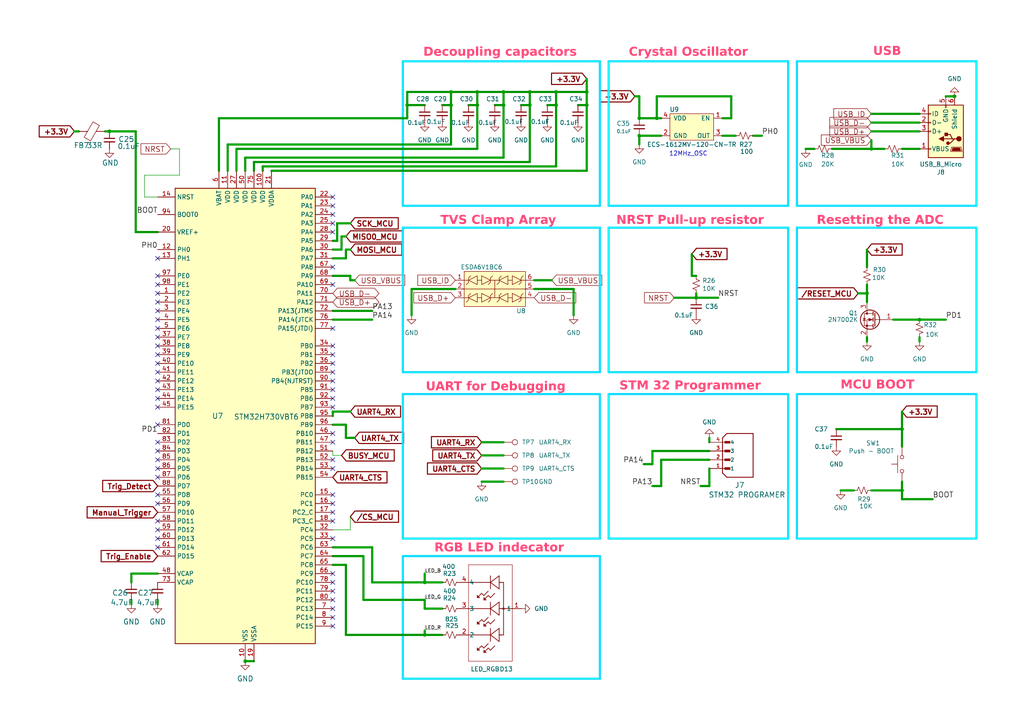
<source format=kicad_sch>
(kicad_sch (version 20250114) (generator "eeschema") (generator_version "9.0")
  (paper "A4")
  (title_block (title "NanoPulse - MCU-FPGA") (date "2025-07-10") (rev "Rev 1") (company "N-Well Labs\n\n"))
  (text "NRST Pull-up resistor" (at 200.152 64.77 0) (effects (font (size 2.54 2.54) (bold yes))))
  (text "MCU BOOT" (at 254.508 112.522 0) (effects (font (size 2.54 2.54) (bold yes))))
  (text "STM 32 Programmer" (at 200.152 112.776 0) (effects (font (size 2.54 2.54) (bold yes))))
  (text "USB" (at 257.302 15.748 0) (effects (font (size 2.54 2.54) (bold yes))))
  (text "RGB LED indecator" (at 144.78 159.766 0) (effects (font (size 2.54 2.54) (bold yes))))
  (text "12MHz_OSC" (at 199.644 44.704 0) (effects (font (size 1.27 1.27))))
  (text "Decoupling capacitors" (at 145.034 16.002 0) (effects (font (size 2.54 2.54) (bold yes))))
  (text "TVS Clamp Array" (at 144.526 64.77 0) (effects (font (size 2.54 2.54) (bold yes))))
  (text "UART for Debugging" (at 143.764 113.03 0) (effects (font (size 2.54 2.54) (bold yes))))
  (text "Resetting the ADC" (at 255.27 64.77 0) (effects (font (size 2.54 2.54) (bold yes))))
  (text "Crystal Oscillator" (at 199.644 16.002 0) (effects (font (size 2.54 2.54) (bold yes))))
  (junction (at 161.29 26.67))
  (junction (at 251.46 85.09))
  (junction (at 146.05 30.48))
  (junction (at 276.86 27.94))
  (junction (at 190.5 34.29))
  (junction (at 153.67 26.67))
  (junction (at 31.75 38.1))
  (junction (at 153.67 30.48))
  (junction (at 130.81 26.67))
  (junction (at 138.43 30.48))
  (junction (at 138.43 26.67))
  (junction (at 161.29 30.48))
  (junction (at 185.42 34.29))
  (junction (at 185.42 39.37))
  (junction (at 118.11 30.48))
  (junction (at 71.12 191.77))
  (junction (at 146.05 26.67))
  (junction (at 261.62 124.46))
  (junction (at 261.62 142.24))
  (junction (at 201.93 86.36))
  (junction (at 123.19 184.15))
  (junction (at 130.81 30.48))
  (junction (at 123.19 168.91))
  (junction (at 170.18 26.67))
  (junction (at 252.73 43.18))
  (junction (at 170.18 30.48))
  (junction (at 266.7 92.71))
  (no_connect (at 45.72 138.43))
  (no_connect (at 45.72 97.79))
  (no_connect (at 96.52 82.55))
  (no_connect (at 96.52 151.13))
  (no_connect (at 45.72 80.01))
  (no_connect (at 45.72 128.27))
  (no_connect (at 45.72 90.17))
  (no_connect (at 45.72 133.35))
  (no_connect (at 45.72 143.51))
  (no_connect (at 96.52 133.35))
  (no_connect (at 45.72 74.93))
  (no_connect (at 45.72 146.05))
  (no_connect (at 45.72 151.13))
  (no_connect (at 45.72 153.67))
  (no_connect (at 96.52 143.51))
  (no_connect (at 45.72 118.11))
  (no_connect (at 45.72 105.41))
  (no_connect (at 45.72 95.25))
  (no_connect (at 45.72 87.63))
  (no_connect (at 96.52 113.03))
  (no_connect (at 45.72 110.49))
  (no_connect (at 45.72 102.87))
  (no_connect (at 96.52 107.95))
  (no_connect (at 45.72 156.21))
  (no_connect (at 96.52 102.87))
  (no_connect (at 96.52 168.91))
  (no_connect (at 96.52 57.15))
  (no_connect (at 96.52 171.45))
  (no_connect (at 45.72 130.81))
  (no_connect (at 96.52 135.89))
  (no_connect (at 45.72 82.55))
  (no_connect (at 96.52 64.77))
  (no_connect (at 96.52 125.73))
  (no_connect (at 96.52 115.57))
  (no_connect (at 96.52 166.37))
  (no_connect (at 96.52 67.31))
  (no_connect (at 96.52 173.99))
  (no_connect (at 45.72 123.19))
  (no_connect (at 96.52 110.49))
  (no_connect (at 96.52 156.21))
  (no_connect (at 45.72 135.89))
  (no_connect (at 96.52 179.07))
  (no_connect (at 45.72 85.09))
  (no_connect (at 96.52 128.27))
  (no_connect (at 96.52 105.41))
  (no_connect (at 45.72 100.33))
  (no_connect (at 45.72 115.57))
  (no_connect (at 96.52 77.47))
  (no_connect (at 96.52 181.61))
  (no_connect (at 45.72 92.71))
  (no_connect (at 96.52 62.23))
  (no_connect (at 45.72 107.95))
  (no_connect (at 96.52 176.53))
  (no_connect (at 96.52 95.25))
  (no_connect (at 96.52 100.33))
  (no_connect (at 96.52 59.69))
  (no_connect (at 96.52 118.11))
  (no_connect (at 96.52 146.05))
  (no_connect (at 96.52 148.59))
  (no_connect (at 45.72 113.03))
  (no_connect (at 45.72 158.75))
  (wire (pts (xy 201.93 86.36) (xy 201.93 85.09)) (stroke (width 0.635)))
  (polyline (pts (xy 176.53 114.3) (xy 176.53 156.21)) (stroke (width 0.635) (type solid) (color 14 220 255 1)))
  (polyline (pts (xy 176.53 17.78) (xy 176.53 59.69)) (stroke (width 0.635) (type solid) (color 14 220 255 1)))
  (wire (pts (xy 191.77 140.97) (xy 191.77 133.35)) (stroke (width 0.635)))
  (polyline (pts (xy 116.84 17.78) (xy 116.84 59.69)) (stroke (width 0.635) (type solid) (color 14 220 255 1)))
  (wire (pts (xy 139.7 132.08) (xy 146.05 132.08)) (stroke (width 0.635)))
  (wire (pts (xy 191.77 34.29) (xy 190.5 34.29)) (stroke (width 0.635)))
  (wire (pts (xy 68.58 43.18) (xy 138.43 43.18)) (stroke (width 0.635)))
  (wire (pts (xy 209.55 39.37) (xy 213.36 39.37)) (stroke (width 0.635)))
  (polyline (pts (xy 283.21 156.21) (xy 231.14 156.21)) (stroke (width 0.635) (type solid) (color 14 220 255 1)))
  (wire (pts (xy 190.5 34.29) (xy 185.42 34.29)) (stroke (width 0.635)))
  (wire (pts (xy 146.05 26.67) (xy 153.67 26.67)) (stroke (width 0.635)))
  (wire (pts (xy 205.74 140.97) (xy 205.74 135.89)) (stroke (width 0.635)))
  (wire (pts (xy 21.59 38.1) (xy 22.86 38.1)) (stroke (width 0.635)))
  (wire (pts (xy 185.42 27.94) (xy 185.42 34.29)) (stroke (width 0.635)))
  (wire (pts (xy 123.19 184.15) (xy 128.27 184.15)) (stroke (width 0.635)))
  (wire (pts (xy 259.08 92.71) (xy 266.7 92.71)) (stroke (width 0.635)))
  (wire (pts (xy 38.1 175.26) (xy 38.1 173.99)) (stroke (width 0.635)))
  (wire (pts (xy 76.2 49.53) (xy 76.2 48.26)) (stroke (width 0.635)))
  (wire (pts (xy 118.11 30.48) (xy 118.11 34.29)) (stroke (width 0.635)))
  (wire (pts (xy 166.37 83.82) (xy 166.37 91.44)) (stroke (width 0.635)))
  (wire (pts (xy 251.46 99.06) (xy 251.46 97.79)) (stroke (width 0.635)))
  (wire (pts (xy 39.37 38.1) (xy 39.37 67.31)) (stroke (width 0.635)))
  (wire (pts (xy 38.1 166.37) (xy 38.1 168.91)) (stroke (width 0.635)))
  (wire (pts (xy 31.75 38.1) (xy 39.37 38.1)) (stroke (width 0.635)))
  (wire (pts (xy 49.53 43.18) (xy 52.07 43.18)))
  (wire (pts (xy 252.73 33.02) (xy 266.7 33.02)) (stroke (width 0.635)))
  (wire (pts (xy 123.19 173.99) (xy 123.19 176.53)) (stroke (width 0.635)))
  (wire (pts (xy 212.09 34.29) (xy 212.09 27.94)) (stroke (width 0.635)))
  (polyline (pts (xy 176.53 66.04) (xy 176.53 107.95)) (stroke (width 0.635) (type solid) (color 14 220 255 1)))
  (wire (pts (xy 266.7 99.06) (xy 266.7 97.79)) (stroke (width 0.635)))
  (wire (pts (xy 139.7 139.7) (xy 146.05 139.7)) (stroke (width 0.635)))
  (wire (pts (xy 101.6 119.38) (xy 96.52 119.38)) (stroke (width 0.635)))
  (wire (pts (xy 68.58 49.53) (xy 68.58 43.18)) (stroke (width 0.635)))
  (wire (pts (xy 252.73 40.64) (xy 252.73 43.18)) (stroke (width 0.635)))
  (polyline (pts (xy 173.99 156.21) (xy 116.84 156.21)) (stroke (width 0.635) (type solid) (color 14 220 255 1)))
  (polyline (pts (xy 173.99 114.3) (xy 173.99 156.21)) (stroke (width 0.635) (type solid) (color 14 220 255 1)))
  (wire (pts (xy 73.66 191.77) (xy 71.12 191.77)) (stroke (width 0.635)))
  (wire (pts (xy 123.19 176.53) (xy 128.27 176.53)) (stroke (width 0.635)))
  (wire (pts (xy 161.29 30.48) (xy 161.29 48.26)) (stroke (width 0.635)))
  (wire (pts (xy 96.52 153.67) (xy 101.6 153.67)))
  (wire (pts (xy 236.22 43.18) (xy 233.68 43.18)) (stroke (width 0.635)))
  (wire (pts (xy 52.07 50.8) (xy 41.91 50.8)))
  (polyline (pts (xy 231.14 17.78) (xy 231.14 59.69)) (stroke (width 0.635) (type solid) (color 14 220 255 1)))
  (wire (pts (xy 96.52 119.38) (xy 96.52 120.65)) (stroke (width 0.635)))
  (polyline (pts (xy 283.21 66.04) (xy 283.21 107.95)) (stroke (width 0.635) (type solid) (color 14 220 255 1)))
  (wire (pts (xy 153.67 26.67) (xy 153.67 30.48)) (stroke (width 0.635)))
  (polyline (pts (xy 116.84 114.3) (xy 173.99 114.3)) (stroke (width 0.635) (type solid) (color 14 220 255 1)))
  (wire (pts (xy 107.95 168.91) (xy 107.95 158.75)) (stroke (width 0.635)))
  (wire (pts (xy 107.95 158.75) (xy 96.52 158.75)) (stroke (width 0.635)))
  (polyline (pts (xy 173.99 66.04) (xy 173.99 107.95)) (stroke (width 0.635) (type solid) (color 14 220 255 1)))
  (wire (pts (xy 100.33 163.83) (xy 96.52 163.83)) (stroke (width 0.635)))
  (wire (pts (xy 100.33 127) (xy 100.33 123.19)) (stroke (width 0.635)))
  (polyline (pts (xy 116.84 66.04) (xy 116.84 107.95)) (stroke (width 0.635) (type solid) (color 14 220 255 1)))
  (wire (pts (xy 66.04 49.53) (xy 66.04 41.91)) (stroke (width 0.635)))
  (wire (pts (xy 123.19 168.91) (xy 128.27 168.91)) (stroke (width 0.635)))
  (polyline (pts (xy 231.14 66.04) (xy 231.14 107.95)) (stroke (width 0.635) (type solid) (color 14 220 255 1)))
  (wire (pts (xy 143.51 30.48) (xy 146.05 30.48)) (stroke (width 0.635)))
  (wire (pts (xy 251.46 77.47) (xy 251.46 72.39)) (stroke (width 0.635)))
  (wire (pts (xy 101.6 81.28) (xy 101.6 80.01)) (stroke (width 0.635)))
  (polyline (pts (xy 176.53 66.04) (xy 228.6 66.04)) (stroke (width 0.635) (type solid) (color 14 220 255 1)))
  (polyline (pts (xy 231.14 114.3) (xy 283.21 114.3)) (stroke (width 0.635) (type solid) (color 14 220 255 1)))
  (wire (pts (xy 97.79 64.77) (xy 97.79 69.85)) (stroke (width 0.635)))
  (wire (pts (xy 38.1 166.37) (xy 45.72 166.37)) (stroke (width 0.635)))
  (polyline (pts (xy 116.84 114.3) (xy 116.84 156.21)) (stroke (width 0.635) (type solid) (color 14 220 255 1)))
  (polyline (pts (xy 176.53 17.78) (xy 228.6 17.78)) (stroke (width 0.635) (type solid) (color 14 220 255 1)))
  (wire (pts (xy 261.62 144.78) (xy 261.62 142.24)) (stroke (width 0.635)))
  (wire (pts (xy 105.41 161.29) (xy 96.52 161.29)) (stroke (width 0.635)))
  (wire (pts (xy 119.38 83.82) (xy 119.38 91.44)) (stroke (width 0.635)))
  (wire (pts (xy 161.29 26.67) (xy 161.29 30.48)) (stroke (width 0.635)))
  (wire (pts (xy 185.42 41.91) (xy 185.42 39.37)) (stroke (width 0.635)))
  (wire (pts (xy 130.81 26.67) (xy 138.43 26.67)) (stroke (width 0.635)))
  (wire (pts (xy 63.5 34.29) (xy 118.11 34.29)) (stroke (width 0.635)))
  (wire (pts (xy 52.07 43.18) (xy 52.07 50.8)))
  (wire (pts (xy 274.32 27.94) (xy 276.86 27.94)) (stroke (width 0.635)))
  (wire (pts (xy 190.5 27.94) (xy 212.09 27.94)) (stroke (width 0.635)))
  (wire (pts (xy 30.48 38.1) (xy 31.75 38.1)) (stroke (width 0.635)))
  (polyline (pts (xy 173.99 17.78) (xy 173.99 59.69)) (stroke (width 0.635) (type solid) (color 14 220 255 1)))
  (wire (pts (xy 107.95 168.91) (xy 123.19 168.91)) (stroke (width 0.635)))
  (wire (pts (xy 100.33 74.93) (xy 96.52 74.93)) (stroke (width 0.635)))
  (wire (pts (xy 96.52 92.71) (xy 107.95 92.71)) (stroke (width 0.635)))
  (wire (pts (xy 191.77 39.37) (xy 185.42 39.37)) (stroke (width 0.635)))
  (wire (pts (xy 160.02 81.28) (xy 154.94 81.28)) (stroke (width 0.635)))
  (polyline (pts (xy 283.21 114.3) (xy 283.21 156.21)) (stroke (width 0.635) (type solid) (color 14 220 255 1)))
  (wire (pts (xy 45.72 67.31) (xy 39.37 67.31)) (stroke (width 0.635)))
  (wire (pts (xy 102.87 81.28) (xy 101.6 81.28)) (stroke (width 0.635)))
  (polyline (pts (xy 173.99 196.85) (xy 116.84 196.85)) (stroke (width 0.635) (type solid) (color 14 220 255 1)))
  (wire (pts (xy 138.43 26.67) (xy 146.05 26.67)) (stroke (width 0.635)))
  (polyline (pts (xy 228.6 114.3) (xy 228.6 156.21)) (stroke (width 0.635) (type solid) (color 14 220 255 1)))
  (wire (pts (xy 139.7 128.27) (xy 146.05 128.27)) (stroke (width 0.635)))
  (polyline (pts (xy 231.14 114.3) (xy 231.14 156.21)) (stroke (width 0.635) (type solid) (color 14 220 255 1)))
  (polyline (pts (xy 173.99 107.95) (xy 116.84 107.95)) (stroke (width 0.635) (type solid) (color 14 220 255 1)))
  (polyline (pts (xy 283.21 107.95) (xy 231.14 107.95)) (stroke (width 0.635) (type solid) (color 14 220 255 1)))
  (wire (pts (xy 101.6 153.67) (xy 101.6 149.86)))
  (wire (pts (xy 101.6 72.39) (xy 100.33 72.39)) (stroke (width 0.635)))
  (wire (pts (xy 205.74 128.27) (xy 205.74 127)) (stroke (width 0.635)))
  (wire (pts (xy 100.33 123.19) (xy 96.52 123.19)) (stroke (width 0.635)))
  (wire (pts (xy 100.33 68.58) (xy 99.06 68.58)) (stroke (width 0.635)))
  (wire (pts (xy 100.33 72.39) (xy 100.33 74.93)) (stroke (width 0.635)))
  (wire (pts (xy 261.62 43.18) (xy 266.7 43.18)) (stroke (width 0.635)))
  (wire (pts (xy 158.75 30.48) (xy 161.29 30.48)) (stroke (width 0.635)))
  (polyline (pts (xy 228.6 66.04) (xy 228.6 107.95)) (stroke (width 0.635) (type solid) (color 14 220 255 1)))
  (wire (pts (xy 201.93 80.01) (xy 200.66 80.01)) (stroke (width 0.635)))
  (polyline (pts (xy 116.84 17.78) (xy 173.99 17.78)) (stroke (width 0.635) (type solid) (color 14 220 255 1)))
  (wire (pts (xy 99.06 72.39) (xy 96.52 72.39)) (stroke (width 0.635)))
  (wire (pts (xy 96.52 90.17) (xy 107.95 90.17)) (stroke (width 0.635)))
  (wire (pts (xy 186.69 134.62) (xy 189.23 134.62)) (stroke (width 0.635)))
  (wire (pts (xy 138.43 30.48) (xy 138.43 43.18)) (stroke (width 0.635)))
  (wire (pts (xy 153.67 30.48) (xy 153.67 46.99)) (stroke (width 0.635)))
  (wire (pts (xy 146.05 30.48) (xy 146.05 45.72)) (stroke (width 0.635)))
  (wire (pts (xy 41.91 50.8) (xy 41.91 57.15)))
  (wire (pts (xy 71.12 49.53) (xy 71.12 45.72)) (stroke (width 0.635)))
  (wire (pts (xy 146.05 26.67) (xy 146.05 30.48)) (stroke (width 0.635)))
  (wire (pts (xy 102.87 127) (xy 100.33 127)) (stroke (width 0.635)))
  (wire (pts (xy 170.18 26.67) (xy 170.18 30.48)) (stroke (width 0.635)))
  (wire (pts (xy 190.5 27.94) (xy 190.5 34.29)) (stroke (width 0.635)))
  (wire (pts (xy 161.29 26.67) (xy 170.18 26.67)) (stroke (width 0.635)))
  (wire (pts (xy 71.12 45.72) (xy 146.05 45.72)) (stroke (width 0.635)))
  (wire (pts (xy 73.66 49.53) (xy 73.66 46.99)) (stroke (width 0.635)))
  (polyline (pts (xy 228.6 59.69) (xy 176.53 59.69)) (stroke (width 0.635) (type solid) (color 14 220 255 1)))
  (wire (pts (xy 251.46 85.09) (xy 251.46 87.63)) (stroke (width 0.635)))
  (wire (pts (xy 78.74 49.53) (xy 170.18 49.53)) (stroke (width 0.635)))
  (wire (pts (xy 252.73 35.56) (xy 266.7 35.56)) (stroke (width 0.635)))
  (wire (pts (xy 123.19 182.88) (xy 123.19 184.15)) (stroke (width 0.635)))
  (wire (pts (xy 209.55 34.29) (xy 212.09 34.29)) (stroke (width 0.635)))
  (wire (pts (xy 105.41 173.99) (xy 123.19 173.99)) (stroke (width 0.635)))
  (wire (pts (xy 195.58 86.36) (xy 201.93 86.36)) (stroke (width 0.635)))
  (wire (pts (xy 73.66 46.99) (xy 153.67 46.99)) (stroke (width 0.635)))
  (wire (pts (xy 101.6 80.01) (xy 96.52 80.01)) (stroke (width 0.635)))
  (wire (pts (xy 132.08 83.82) (xy 119.38 83.82)) (stroke (width 0.635)))
  (wire (pts (xy 100.33 184.15) (xy 123.19 184.15)) (stroke (width 0.635)))
  (wire (pts (xy 135.89 30.48) (xy 138.43 30.48)) (stroke (width 0.635)))
  (wire (pts (xy 154.94 83.82) (xy 166.37 83.82)) (stroke (width 0.635)))
  (wire (pts (xy 153.67 26.67) (xy 161.29 26.67)) (stroke (width 0.635)))
  (wire (pts (xy 101.6 64.77) (xy 97.79 64.77)) (stroke (width 0.635)))
  (wire (pts (xy 261.62 124.46) (xy 261.62 129.54)) (stroke (width 0.635)))
  (wire (pts (xy 138.43 26.67) (xy 138.43 30.48)) (stroke (width 0.635)))
  (polyline (pts (xy 231.14 17.78) (xy 283.21 17.78)) (stroke (width 0.635) (type solid) (color 14 220 255 1)))
  (wire (pts (xy 252.73 142.24) (xy 261.62 142.24)) (stroke (width 0.635)))
  (wire (pts (xy 99.06 132.08) (xy 96.52 132.08)))
  (wire (pts (xy 241.3 43.18) (xy 252.73 43.18)) (stroke (width 0.635)))
  (wire (pts (xy 96.52 132.08) (xy 96.52 130.81)))
  (polyline (pts (xy 116.84 161.29) (xy 116.84 196.85)) (stroke (width 0.635) (type solid) (color 14 220 255 1)))
  (wire (pts (xy 251.46 82.55) (xy 251.46 85.09)) (stroke (width 0.635)))
  (polyline (pts (xy 228.6 107.95) (xy 176.53 107.95)) (stroke (width 0.635) (type solid) (color 14 220 255 1)))
  (wire (pts (xy 191.77 133.35) (xy 205.74 133.35)) (stroke (width 0.635)))
  (wire (pts (xy 252.73 38.1) (xy 266.7 38.1)) (stroke (width 0.635)))
  (wire (pts (xy 105.41 173.99) (xy 105.41 161.29)) (stroke (width 0.635)))
  (wire (pts (xy 266.7 92.71) (xy 274.32 92.71)) (stroke (width 0.635)))
  (wire (pts (xy 243.84 142.24) (xy 247.65 142.24)) (stroke (width 0.635)))
  (wire (pts (xy 123.19 166.37) (xy 123.19 168.91)) (stroke (width 0.635)))
  (wire (pts (xy 130.81 30.48) (xy 130.81 41.91)) (stroke (width 0.635)))
  (wire (pts (xy 201.93 86.36) (xy 208.28 86.36)) (stroke (width 0.635)))
  (wire (pts (xy 248.92 85.09) (xy 251.46 85.09)) (stroke (width 0.635)))
  (polyline (pts (xy 228.6 156.21) (xy 176.53 156.21)) (stroke (width 0.635) (type solid) (color 14 220 255 1)))
  (wire (pts (xy 76.2 48.26) (xy 161.29 48.26)) (stroke (width 0.635)))
  (wire (pts (xy 45.72 175.26) (xy 45.72 173.99)) (stroke (width 0.635)))
  (polyline (pts (xy 116.84 161.29) (xy 173.99 161.29)) (stroke (width 0.635) (type solid) (color 14 220 255 1)))
  (wire (pts (xy 184.15 27.94) (xy 185.42 27.94)) (stroke (width 0.635)))
  (wire (pts (xy 139.7 135.89) (xy 146.05 135.89)) (stroke (width 0.635)))
  (wire (pts (xy 128.27 30.48) (xy 130.81 30.48)) (stroke (width 0.635)))
  (wire (pts (xy 66.04 41.91) (xy 130.81 41.91)) (stroke (width 0.635)))
  (polyline (pts (xy 283.21 17.78) (xy 283.21 59.69)) (stroke (width 0.635) (type solid) (color 14 220 255 1)))
  (wire (pts (xy 189.23 134.62) (xy 189.23 130.81)) (stroke (width 0.635)))
  (polyline (pts (xy 283.21 59.69) (xy 231.14 59.69)) (stroke (width 0.635) (type solid) (color 14 220 255 1)))
  (polyline (pts (xy 231.14 66.04) (xy 283.21 66.04)) (stroke (width 0.635) (type solid) (color 14 220 255 1)))
  (wire (pts (xy 261.62 119.38) (xy 261.62 124.46)) (stroke (width 0.635)))
  (wire (pts (xy 261.62 144.78) (xy 270.51 144.78)) (stroke (width 0.635)))
  (wire (pts (xy 242.57 124.46) (xy 261.62 124.46)) (stroke (width 0.635)))
  (polyline (pts (xy 116.84 66.04) (xy 173.99 66.04)) (stroke (width 0.635) (type solid) (color 14 220 255 1)))
  (wire (pts (xy 167.64 30.48) (xy 170.18 30.48)) (stroke (width 0.635)))
  (wire (pts (xy 99.06 68.58) (xy 99.06 72.39)) (stroke (width 0.635)))
  (polyline (pts (xy 173.99 161.29) (xy 173.99 196.85)) (stroke (width 0.635) (type solid) (color 14 220 255 1)))
  (wire (pts (xy 218.44 39.37) (xy 220.98 39.37)) (stroke (width 0.635)))
  (wire (pts (xy 189.23 140.97) (xy 191.77 140.97)) (stroke (width 0.635)))
  (wire (pts (xy 151.13 30.48) (xy 153.67 30.48)) (stroke (width 0.635)))
  (wire (pts (xy 63.5 49.53) (xy 63.5 34.29)) (stroke (width 0.635)))
  (polyline (pts (xy 228.6 17.78) (xy 228.6 59.69)) (stroke (width 0.635) (type solid) (color 14 220 255 1)))
  (wire (pts (xy 203.2 140.97) (xy 205.74 140.97)) (stroke (width 0.635)))
  (wire (pts (xy 130.81 26.67) (xy 130.81 30.48)) (stroke (width 0.635)))
  (wire (pts (xy 118.11 30.48) (xy 123.19 30.48)) (stroke (width 0.635)))
  (wire (pts (xy 252.73 43.18) (xy 256.54 43.18)) (stroke (width 0.635)))
  (wire (pts (xy 100.33 184.15) (xy 100.33 163.83)) (stroke (width 0.635)))
  (wire (pts (xy 200.66 80.01) (xy 200.66 73.66)) (stroke (width 0.635)))
  (wire (pts (xy 118.11 26.67) (xy 130.81 26.67)) (stroke (width 0.635)))
  (polyline (pts (xy 173.99 59.69) (xy 116.84 59.69)) (stroke (width 0.635) (type solid) (color 14 220 255 1)))
  (wire (pts (xy 189.23 130.81) (xy 205.74 130.81)) (stroke (width 0.635)))
  (wire (pts (xy 118.11 26.67) (xy 118.11 30.48)) (stroke (width 0.635)))
  (wire (pts (xy 97.79 69.85) (xy 96.52 69.85)) (stroke (width 0.635)))
  (wire (pts (xy 170.18 22.86) (xy 170.18 26.67)) (stroke (width 0.635)))
  (polyline (pts (xy 176.53 114.3) (xy 228.6 114.3)) (stroke (width 0.635) (type solid) (color 14 220 255 1)))
  (wire (pts (xy 170.18 30.48) (xy 170.18 49.53)) (stroke (width 0.635)))
  (wire (pts (xy 41.91 57.15) (xy 45.72 57.15)))
  (wire (pts (xy 261.62 139.7) (xy 261.62 142.24)) (stroke (width 0.635)))
  (label "NRST" (at 208.28 86.36 0) (effects (font (size 1.524 1.524))))
  (label "PD1" (at 45.72 125.73 180) (effects (font (size 1.524 1.524))))
  (label "PA14" (at 186.69 134.62 180) (effects (font (size 1.524 1.524))))
  (label "PH0" (at 220.98 39.37 0) (effects (font (size 1.524 1.524))))
  (label "PA14" (at 107.95 92.71 0) (effects (font (size 1.524 1.524))))
  (label "NRST" (at 203.2 140.97 180) (effects (font (size 1.524 1.524))))
  (label "PH0" (at 45.72 72.39 180) (effects (font (size 1.524 1.524))))
  (label "BOOT" (at 270.51 144.78 0) (effects (font (size 1.524 1.524))))
  (label "LED_B" (at 123.19 166.37 0) (effects (font (size 1.016 1.016))))
  (label "PA13" (at 107.95 90.17 0) (effects (font (size 1.524 1.524))))
  (label "BOOT" (at 45.72 62.23 180) (effects (font (size 1.524 1.524))))
  (label "LED_R" (at 123.19 182.88 0) (effects (font (size 1.016 1.016))))
  (label "PD1" (at 274.32 92.71 0) (effects (font (size 1.524 1.524))))
  (label "LED_G" (at 123.19 173.99 0) (effects (font (size 1.016 1.016))))
  (label "PA13" (at 189.23 140.97 180) (effects (font (size 1.524 1.524))))
  (global_label "USB_ID" (shape input) (at 252.73 33.02 180) (effects (font (size 1.524 1.524))) (property "Intersheetrefs" "${INTERSHEET_REFS}" (effects (hide yes))))
  (global_label "USB_VBUS" (shape input) (at 102.87 81.28 0) (effects (font (size 1.524 1.524))) (property "Intersheetrefs" "${INTERSHEET_REFS}" (effects (hide yes))))
  (global_label "+3.3V" (shape input) (at 184.15 27.94 180) (effects (font (size 1.524 1.524) (bold yes))) (property "Intersheetrefs" "${INTERSHEET_REFS}" (effects (hide yes))))
  (global_label "Trig_Detect" (shape input) (at 45.72 140.97 180) (effects (font (size 1.524 1.524) (bold yes))) (property "Intersheetrefs" "${INTERSHEET_REFS}" (effects (hide yes))))
  (global_label "USB_VBUS" (shape input) (at 252.73 40.64 180) (effects (font (size 1.524 1.524))) (property "Intersheetrefs" "${INTERSHEET_REFS}" (effects (hide yes))))
  (global_label "UART4_TX" (shape input) (at 102.87 127 0) (effects (font (size 1.524 1.524) (bold yes))) (property "Intersheetrefs" "${INTERSHEET_REFS}" (effects (hide yes))))
  (global_label "USB_D-" (shape input) (at 252.73 35.56 180) (effects (font (size 1.524 1.524))) (property "Intersheetrefs" "${INTERSHEET_REFS}" (effects (hide yes))))
  (global_label "{slash}CS_MCU" (shape input) (at 101.6 149.86 0) (effects (font (size 1.524 1.524) (bold yes))) (property "Intersheetrefs" "${INTERSHEET_REFS}" (effects (hide yes))))
  (global_label "USB_VBUS" (shape input) (at 160.02 81.28 0) (effects (font (size 1.524 1.524))) (property "Intersheetrefs" "${INTERSHEET_REFS}" (effects (hide yes))))
  (global_label "UART4_TX" (shape input) (at 139.7 132.08 180) (effects (font (size 1.524 1.524) (bold yes))) (property "Intersheetrefs" "${INTERSHEET_REFS}" (effects (hide yes))))
  (global_label "NRST" (shape input) (at 49.53 43.18 180) (effects (font (size 1.524 1.524))) (property "Intersheetrefs" "${INTERSHEET_REFS}" (effects (hide yes))))
  (global_label "USB_ID" (shape input) (at 132.08 81.28 180) (effects (font (size 1.524 1.524))) (property "Intersheetrefs" "${INTERSHEET_REFS}" (effects (hide yes))))
  (global_label "SCK_MCU" (shape input) (at 101.6 64.77 0) (effects (font (size 1.524 1.524) (bold yes))) (property "Intersheetrefs" "${INTERSHEET_REFS}" (effects (hide yes))))
  (global_label "USB_D+" (shape input) (at 252.73 38.1 180) (effects (font (size 1.524 1.524))) (property "Intersheetrefs" "${INTERSHEET_REFS}" (effects (hide yes))))
  (global_label "+3.3V" (shape input) (at 200.66 73.66 0) (effects (font (size 1.524 1.524) (bold yes))) (property "Intersheetrefs" "${INTERSHEET_REFS}" (effects (hide yes))))
  (global_label "UART4_CTS" (shape input) (at 96.52 138.43 0) (effects (font (size 1.524 1.524) (bold yes))) (property "Intersheetrefs" "${INTERSHEET_REFS}" (effects (hide yes))))
  (global_label "Manual_Trigger" (shape input) (at 45.72 148.59 180) (effects (font (size 1.524 1.524) (bold yes))) (property "Intersheetrefs" "${INTERSHEET_REFS}" (effects (hide yes))))
  (global_label "Trig_Enable" (shape input) (at 45.72 161.29 180) (effects (font (size 1.524 1.524) (bold yes))) (property "Intersheetrefs" "${INTERSHEET_REFS}" (effects (hide yes))))
  (global_label "USB_D+" (shape bidirectional) (at 96.52 87.63 0) (effects (font (size 1.524 1.524))) (property "Intersheetrefs" "${INTERSHEET_REFS}" (effects (hide yes))))
  (global_label "MOSI_MCU" (shape input) (at 101.6 72.39 0) (effects (font (size 1.524 1.524) (bold yes))) (property "Intersheetrefs" "${INTERSHEET_REFS}" (effects (hide yes))))
  (global_label "UART4_CTS" (shape input) (at 139.7 135.89 180) (effects (font (size 1.524 1.524) (bold yes))) (property "Intersheetrefs" "${INTERSHEET_REFS}" (effects (hide yes))))
  (global_label "+3.3V" (shape input) (at 251.46 72.39 0) (effects (font (size 1.524 1.524) (bold yes))) (property "Intersheetrefs" "${INTERSHEET_REFS}" (effects (hide yes))))
  (global_label "{slash}RESET_MCU" (shape input) (at 248.92 85.09 180) (effects (font (size 1.524 1.524) (bold yes))) (property "Intersheetrefs" "${INTERSHEET_REFS}" (effects (hide yes))))
  (global_label "NRST" (shape input) (at 195.58 86.36 180) (effects (font (size 1.524 1.524))) (property "Intersheetrefs" "${INTERSHEET_REFS}" (effects (hide yes))))
  (global_label "USB_D+" (shape input) (at 132.08 86.36 180) (effects (font (size 1.524 1.524))) (property "Intersheetrefs" "${INTERSHEET_REFS}" (effects (hide yes))))
  (global_label "+3.3V" (shape input) (at 261.62 119.38 0) (effects (font (size 1.524 1.524) (bold yes))) (property "Intersheetrefs" "${INTERSHEET_REFS}" (effects (hide yes))))
  (global_label "UART4_RX" (shape input) (at 139.7 128.27 180) (effects (font (size 1.524 1.524) (bold yes))) (property "Intersheetrefs" "${INTERSHEET_REFS}" (effects (hide yes))))
  (global_label "UART4_RX" (shape input) (at 101.6 119.38 0) (effects (font (size 1.524 1.524) (bold yes))) (property "Intersheetrefs" "${INTERSHEET_REFS}" (effects (hide yes))))
  (global_label "+3.3V" (shape input) (at 21.59 38.1 180) (effects (font (size 1.524 1.524) (bold yes))) (property "Intersheetrefs" "${INTERSHEET_REFS}" (effects (hide yes))))
  (global_label "BUSY_MCU" (shape input) (at 99.06 132.08 0) (effects (font (size 1.524 1.524) (bold yes))) (property "Intersheetrefs" "${INTERSHEET_REFS}" (effects (hide yes))) (property "Disc" "VIO" (effects (hide yes))))
  (global_label "MISO0_MCU" (shape input) (at 100.33 68.58 0) (effects (font (size 1.524 1.524) (bold yes))) (property "Intersheetrefs" "${INTERSHEET_REFS}" (effects (hide yes))))
  (global_label "USB_D-" (shape bidirectional) (at 96.52 85.09 0) (effects (font (size 1.524 1.524))) (property "Intersheetrefs" "${INTERSHEET_REFS}" (effects (hide yes))))
  (global_label "+3.3V" (shape input) (at 170.18 22.86 180) (effects (font (size 1.524 1.524) (bold yes))) (property "Intersheetrefs" "${INTERSHEET_REFS}" (effects (hide yes))))
  (global_label "USB_D-" (shape input) (at 154.94 86.36 0) (effects (font (size 1.524 1.524))) (property "Intersheetrefs" "${INTERSHEET_REFS}" (effects (hide yes))))
  (symbol (lib_id "majed-symbols:GND") (at 139.7 139.7 0) (unit 1)
    (property "Reference" "#PWR076" (effects (hide yes)))
    (property "Value" "GND" (at 139.7 144.78 0))
    (property "Description" "Power symbol creates a global label with name \"GND\" , ground" (effects (hide yes)))
  )
  (symbol (lib_id "majed-symbols:R_Small_US") (at 201.93 82.55 0) (unit 1)
    (property "Reference" "R26" (at 203.6572 81.3816 0) (effects (justify left)))
    (property "Value" "10K" (at 203.6572 83.693 0) (effects (justify left)))
    (property "Footprint" "Resistor_SMD:R_0603_1608Metric" (effects (hide yes)))
    (property "Description" "Resistor, small US symbol" (effects (hide yes)))
    (property "Manufacturer" "YAGEO" (effects (hide yes)))
    (property "Digikey" "311-10.0KHRCT-ND" (effects (hide yes)))
    (property "Mfg part #" "RC0603FR-0710KL" (effects (hide yes)))
  )
  (symbol (lib_id "majed-symbols:GND") (at 71.12 191.77 0) (unit 1)
    (property "Reference" "#PWR071" (effects (hide yes)))
    (property "Value" "GND" (at 71.12 196.85 0) (effects (font (size 1.524 1.524))))
    (property "Description" "Power symbol creates a global label with name \"GND\" , ground" (effects (hide yes)))
  )
  (symbol (lib_id "majed-symbols:FerriteBead") (at 26.67 38.1 90) (unit 1)
    (property "Reference" "FB7" (at 23.622 42.164 90) (effects (font (size 1.524 1.524))))
    (property "Value" "33R" (at 27.432 42.164 90) (effects (font (size 1.524 1.524))))
    (property "Footprint" "Inductor_SMD:L_0603_1608Metric_Pad1.05x0.95mm_HandSolder" (effects (hide yes)))
    (property "Description" "Ferrite bead" (effects (hide yes)))
    (property "Manufacturer" "Murata Electronics " (effects (hide yes)))
    (property "Digikey" "490-5220-1-ND" (effects (hide yes)))
    (property "Mfg part #" "BLM18PG330SN1D" (effects (hide yes)))
  )
  (symbol (lib_id "majed-symbols:GND") (at 201.93 91.44 0) (unit 1)
    (property "Reference" "#PWR084" (effects (hide yes)))
    (property "Value" "GND" (at 201.93 96.52 0))
    (property "Description" "Power symbol creates a global label with name \"GND\" , ground" (effects (hide yes)))
  )
  (symbol (lib_id "majed-symbols:GND") (at 243.84 142.24 0) (unit 1)
    (property "Reference" "#PWR088" (effects (hide yes)))
    (property "Value" "GND" (at 243.84 147.32 0))
    (property "Description" "Power symbol creates a global label with name \"GND\" , ground" (effects (hide yes)))
  )
  (symbol (lib_id "majed-symbols:C_Small") (at 31.75 40.64 0) (unit 1)
    (property "Reference" "C25" (at 34.29 40.386 0) (effects (font (size 1.524 1.524)) (justify left)))
    (property "Value" "0.1uF" (at 34.036 42.418 0) (effects (font (size 1.524 1.524)) (justify left)))
    (property "Footprint" "Capacitor_SMD:C_0603_1608Metric" (effects (hide yes)))
    (property "Description" "Unpolarized capacitor, small symbol" (effects (hide yes)))
    (property "Manufacturer" "YAGEO " (effects (hide yes)))
    (property "Digikey" "311-1088-1-ND" (effects (hide yes)))
    (property "Mfg part #" "CC0603KRX7R7BB104" (effects (hide yes)))
  )
  (symbol (lib_id "majed-symbols:GND") (at 167.64 35.56 0) (unit 1)
    (property "Reference" "#PWR082" (effects (hide yes)))
    (property "Value" "GND" (at 167.64 40.64 0))
    (property "Description" "Power symbol creates a global label with name \"GND\" , ground" (effects (hide yes)))
  )
  (symbol (lib_id "majed-symbols:GND") (at 143.51 35.56 0) (unit 1)
    (property "Reference" "#PWR077" (effects (hide yes)))
    (property "Value" "GND" (at 143.51 40.64 0))
    (property "Description" "Power symbol creates a global label with name \"GND\" , ground" (effects (hide yes)))
  )
  (symbol (lib_id "majed-symbols:GND") (at 151.13 35.56 0) (unit 1)
    (property "Reference" "#PWR078" (effects (hide yes)))
    (property "Value" "GND" (at 151.13 40.64 0))
    (property "Description" "Power symbol creates a global label with name \"GND\" , ground" (effects (hide yes)))
  )
  (symbol (lib_id "majed-symbols:STM_PROGRAMER_PRT-14417") (at 213.36 130.81 0) (mirror x) (unit 1)
    (property "Reference" "J7" (at 213.106 140.716 0) (effects (font (size 1.524 1.524)) (justify left)))
    (property "Value" "STM32 PROGRAMER" (at 205.486 143.51 0) (effects (font (size 1.524 1.524)) (justify left)))
    (property "Footprint" "Majed-footprints:SPARKFUN_PRT-14417" (effects (hide yes)))
    (property "Description" "QWIIC CONNECTOR SMD 4-PIN" (effects (hide yes)))
    (property "PARTREV" "NA" (effects (hide yes)))
    (property "STANDARD" "Manufacturer Recommendations" (effects (hide yes)))
    (property "MAXIMUM_PACKAGE_HEIGHT" "2.9 mm" (effects (hide yes)))
    (property "MANUFACTURER" "SparkFun Electronics" (effects (hide yes)))
    (property "Digikey" "1568-14417-ND " (effects (hide yes)))
    (property "Manufacturer" "  SparkFun Electronics" (effects (hide yes)))
    (property "Mfg part #" "14417" (effects (hide yes)))
  )
  (symbol (lib_id "majed-symbols:C_Small") (at 201.93 88.9 0) (unit 1)
    (property "Reference" "C36" (at 204.47 88.9 0) (effects (justify left)))
    (property "Value" "0.1uF" (at 195.58 91.44 0) (effects (justify left)))
    (property "Footprint" "Capacitor_SMD:C_0603_1608Metric" (effects (hide yes)))
    (property "Description" "Unpolarized capacitor, small symbol" (effects (hide yes)))
    (property "Manufacturer" "YAGEO " (effects (hide yes)))
    (property "Digikey" "311-1088-1-ND" (effects (hide yes)))
    (property "Mfg part #" "CC0603KRX7R7BB104" (effects (hide yes)))
  )
  (symbol (lib_id "majed-symbols:TestPoint") (at 146.05 128.27 270) (unit 1)
    (property "Reference" "TP7" (at 151.384 128.27 90) (effects (justify left)))
    (property "Value" "UART4_RX" (at 156.21 128.27 90) (effects (justify left)))
    (property "Footprint" "TestPoint:TestPoint_Pad_1.0x1.0mm" (effects (hide yes)))
    (property "Description" "Test Point" (effects (hide yes)))
  )
  (symbol (lib_id "majed-symbols:GND") (at 251.46 99.06 0) (unit 1)
    (property "Reference" "#PWR089" (effects (hide yes)))
    (property "Value" "GND" (at 251.46 104.14 0))
    (property "Description" "Power symbol creates a global label with name \"GND\" , ground" (effects (hide yes)))
  )
  (symbol (lib_id "majed-symbols:USB_B_Micro-Connector_1") (at 274.32 38.1 180) (unit 1)
    (property "Reference" "J8" (at 272.8722 49.9618 0))
    (property "Value" "USB_B_Micro" (at 272.8722 47.6504 0))
    (property "Footprint" "Connector_USB:USB_Micro-B_Molex-105017-0001" (effects (hide yes)))
    (property "Datasheet" "https://www.molex.com/content/dam/molex/molex-dot-com/products/automated/en-us/productspecificationpdf/473/47346/PS-47346-001-001.pdf?inline" (effects (hide yes)))
    (property "Description" "CONN RCPT USB2.0 MICRO B SMD R/A" (effects (hide yes)))
    (property "Manufacturer" "Molex " (effects (hide yes)))
    (property "Digikey" "WM11228CT-ND" (effects (hide yes)))
    (property "Mfg part #" "0473461001" (effects (hide yes)))
  )
  (symbol (lib_id "majed-symbols:GND") (at 242.57 129.54 0) (unit 1)
    (property "Reference" "#PWR087" (effects (hide yes)))
    (property "Value" "GND" (at 242.57 134.62 0))
    (property "Description" "Power symbol creates a global label with name \"GND\" , ground" (effects (hide yes)))
  )
  (symbol (lib_id "majed-symbols:C_Small") (at 167.64 33.02 0) (unit 1)
    (property "Reference" "C34" (at 165.1 28.702 0) (effects (justify left)))
    (property "Value" "0.1uF" (at 162.306 35.56 0) (effects (justify left)))
    (property "Footprint" "Capacitor_SMD:C_0603_1608Metric" (effects (hide yes)))
    (property "Description" "Unpolarized capacitor, small symbol" (effects (hide yes)))
    (property "Manufacturer" "YAGEO " (effects (hide yes)))
    (property "Digikey" "311-1088-1-ND" (effects (hide yes)))
    (property "Mfg part #" "CC0603KRX7R7BB104" (effects (hide yes)))
  )
  (symbol (lib_id "majed-symbols:GND") (at 123.19 35.56 0) (unit 1)
    (property "Reference" "#PWR073" (effects (hide yes)))
    (property "Value" "GND" (at 123.19 40.64 0))
    (property "Description" "Power symbol creates a global label with name \"GND\" , ground" (effects (hide yes)))
  )
  (symbol (lib_id "majed-symbols:C_Small") (at 128.27 33.02 0) (unit 1)
    (property "Reference" "C29" (at 125.73 28.702 0) (effects (justify left)))
    (property "Value" "0.1uF" (at 123.698 35.306 0) (effects (justify left)))
    (property "Footprint" "Capacitor_SMD:C_0603_1608Metric" (effects (hide yes)))
    (property "Description" "Unpolarized capacitor, small symbol" (effects (hide yes)))
    (property "Manufacturer" "YAGEO " (effects (hide yes)))
    (property "Digikey" "311-1088-1-ND" (effects (hide yes)))
    (property "Mfg part #" "CC0603KRX7R7BB104" (effects (hide yes)))
  )
  (symbol (lib_id "majed-symbols:GND") (at 128.27 35.56 0) (unit 1)
    (property "Reference" "#PWR074" (effects (hide yes)))
    (property "Value" "GND" (at 128.27 40.64 0))
    (property "Description" "Power symbol creates a global label with name \"GND\" , ground" (effects (hide yes)))
  )
  (symbol (lib_id "majed-symbols:C_Small") (at 151.13 33.02 0) (unit 1)
    (property "Reference" "C32" (at 148.59 28.702 0) (effects (justify left)))
    (property "Value" "0.1uF" (at 146.304 35.306 0) (effects (justify left)))
    (property "Footprint" "Capacitor_SMD:C_0603_1608Metric" (effects (hide yes)))
    (property "Description" "Unpolarized capacitor, small symbol" (effects (hide yes)))
    (property "Manufacturer" "YAGEO " (effects (hide yes)))
    (property "Digikey" "311-1088-1-ND" (effects (hide yes)))
    (property "Mfg part #" "CC0603KRX7R7BB104" (effects (hide yes)))
  )
  (symbol (lib_id "majed-symbols:GND") (at 135.89 35.56 0) (unit 1)
    (property "Reference" "#PWR075" (effects (hide yes)))
    (property "Value" "GND" (at 135.89 40.64 0))
    (property "Description" "Power symbol creates a global label with name \"GND\" , ground" (effects (hide yes)))
  )
  (symbol (lib_id "majed-symbols:STM32H730VBTx") (at 71.12 120.65 0) (unit 1)
    (property "Reference" "U7" (at 61.468 120.65 0) (effects (font (size 1.524 1.524)) (justify left)))
    (property "Value" "STM32H730VBT6" (at 67.818 120.904 0) (effects (font (size 1.524 1.524)) (justify left)))
    (property "Footprint" "Package_QFP:LQFP-100_14x14mm_P0.5mm" (effects (hide yes)))
    (property "Datasheet" "https://www.st.com/resource/en/datasheet/stm32h730vb.pdf" (effects (hide yes)))
    (property "Description" "ARM® Cortex®-M7 STM32H7 Microcontroller IC 32-Bit Single-Core 550MHz 128KB (128K x 8) FLASH 100-LQFP (14x14)" (effects (hide yes)))
    (property "Manufacturer" "STMicroelectronics " (effects (hide yes)))
    (property "Digikey" "497-STM32H730VBT6-ND " (effects (hide yes)))
    (property "Mfg part #" "STM32H730VBT6" (effects (hide yes)))
  )
  (symbol (lib_id "majed-symbols:2N7002K") (at 254 92.71 0) (mirror y) (unit 1)
    (property "Reference" "Q1" (at 248.92 90.805 0) (effects (justify left)))
    (property "Value" "2N7002K" (at 248.92 92.71 0) (effects (justify left)))
    (property "Footprint" "Package_TO_SOT_SMD:SOT-23" (effects (hide yes)))
    (property "Datasheet" "https://www.diodes.com/assets/Datasheets/ds30896.pdf" (effects (hide yes)))
    (property "Description" "0.38A Id, 60V Vds, N-Channel MOSFET, SOT-23" (effects (hide yes)))
    (property "Digikey" "2N7002LT1GOSCT-ND " (effects (hide yes)))
    (property "Manufacturer" "onsemi" (effects (hide yes)))
    (property "Mfg part #" "2N7002LT1G" (effects (hide yes)))
  )
  (symbol (lib_id "majed-symbols:GND") (at 158.75 35.56 0) (unit 1)
    (property "Reference" "#PWR080" (effects (hide yes)))
    (property "Value" "GND" (at 158.75 40.64 0))
    (property "Description" "Power symbol creates a global label with name \"GND\" , ground" (effects (hide yes)))
  )
  (symbol (lib_id "majed-symbols:ESDA6V1BC6") (at 143.51 83.82 0) (unit 1)
    (property "Reference" "U8" (at 151.13 90.17 0))
    (property "Value" "ESDA6V1BC6" (at 139.7 77.47 0))
    (property "Footprint" "Package_TO_SOT_SMD:SOT-23-6" (effects (hide yes)))
    (property "Datasheet" "https://www.st.com/content/ccc/resource/technical/document/datasheet/21/07/21/e3/a8/df/42/a2/CD00001906.pdf/files/CD00001906.pdf/jcr:content/translations/en.CD00001906.pdf" (effects (hide yes)))
    (property "Description" "QUAD BIDIRECTIONAL TRANSIL SUPPRESSOR FOR ESD PROTECTION" (effects (hide yes)))
    (property "Digikey" "497-6635-1-ND" (effects (hide yes)))
    (property "Manufacturer" "ESDA6V1BC6" (effects (hide yes)))
    (property "Mfg part #" "STMicroelectronics " (effects (hide yes)))
  )
  (symbol (lib_id "majed-symbols:C_Small") (at 185.42 36.83 0) (unit 1)
    (property "Reference" "C35" (at 178.816 35.814 0) (effects (justify left)))
    (property "Value" "0.1uF" (at 178.816 38.1 0) (effects (font (size 0.9906 0.9906)) (justify left)))
    (property "Footprint" "Capacitor_SMD:C_0603_1608Metric" (effects (hide yes)))
    (property "Description" "Unpolarized capacitor, small symbol" (effects (hide yes)))
    (property "Manufacturer" "YAGEO " (effects (hide yes)))
    (property "Digikey" "311-1088-1-ND" (effects (hide yes)))
    (property "Mfg part #" "CC0603KRX7R7BB104" (effects (hide yes)))
  )
  (symbol (lib_id "majed-symbols:GND") (at 31.75 43.18 0) (unit 1)
    (property "Reference" "#PWR068" (effects (hide yes)))
    (property "Value" "GND" (at 32.004 47.244 0) (effects (font (size 1.524 1.524))))
    (property "Description" "Power symbol creates a global label with name \"GND\" , ground" (effects (hide yes)))
  )
  (symbol (lib_id "majed-symbols:GND") (at 151.13 176.53 90) (unit 1)
    (property "Reference" "#PWR079" (effects (hide yes)))
    (property "Value" "GND" (at 154.94 176.5299 90) (effects (justify right)))
    (property "Description" "Power symbol creates a global label with name \"GND\" , ground" (effects (hide yes)))
  )
  (symbol (lib_id "majed-symbols:TestPoint") (at 146.05 139.7 270) (unit 1)
    (property "Reference" "TP10" (at 151.384 139.7 90) (effects (justify left)))
    (property "Value" "GND" (at 156.21 139.7 90) (effects (justify left)))
    (property "Footprint" "TestPoint:TestPoint_Pad_1.0x1.0mm" (effects (hide yes)))
    (property "Description" "Test Point" (effects (hide yes)))
  )
  (symbol (lib_id "majed-symbols:TestPoint") (at 146.05 132.08 270) (unit 1)
    (property "Reference" "TP8" (at 151.384 132.08 90) (effects (justify left)))
    (property "Value" "UART4_TX" (at 156.21 132.08 90) (effects (justify left)))
    (property "Footprint" "TestPoint:TestPoint_Pad_1.0x1.0mm" (effects (hide yes)))
    (property "Description" "Test Point" (effects (hide yes)))
  )
  (symbol (lib_id "majed-symbols:GND") (at 185.42 41.91 0) (unit 1)
    (property "Reference" "#PWR083" (effects (hide yes)))
    (property "Value" "GND" (at 185.42 46.99 0))
    (property "Description" "Power symbol creates a global label with name \"GND\" , ground" (effects (hide yes)))
  )
  (symbol (lib_id "majed-symbols:R_Small_US") (at 250.19 142.24 270) (unit 1)
    (property "Reference" "R29" (at 248.666 144.78 90) (effects (justify left)))
    (property "Value" "10K" (at 249.174 146.812 90) (effects (justify left)))
    (property "Footprint" "Resistor_SMD:R_0603_1608Metric" (effects (hide yes)))
    (property "Description" "Resistor, small US symbol" (effects (hide yes)))
    (property "Manufacturer" "YAGEO" (effects (hide yes)))
    (property "Digikey" "311-10.0KHRCT-ND" (effects (hide yes)))
    (property "Mfg part #" "RC0603FR-0710KL" (effects (hide yes)))
  )
  (symbol (lib_id "majed-symbols:R_Small_US") (at 266.7 95.25 0) (mirror y) (unit 1)
    (property "Reference" "R32" (at 271.78 94.234 0) (effects (justify left)))
    (property "Value" "10K" (at 272.288 97.028 0) (effects (justify left)))
    (property "Footprint" "Resistor_SMD:R_0603_1608Metric" (effects (hide yes)))
    (property "Description" "Resistor, small US symbol" (effects (hide yes)))
    (property "Manufacturer" "YAGEO" (effects (hide yes)))
    (property "Digikey" "311-10.0KHRCT-ND" (effects (hide yes)))
    (property "Mfg part #" "RC0603FR-0710KL" (effects (hide yes)))
  )
  (symbol (lib_id "majed-symbols:C_Small") (at 158.75 33.02 0) (unit 1)
    (property "Reference" "C33" (at 156.21 28.702 0) (effects (justify left)))
    (property "Value" "0.1uF" (at 153.924 35.306 0) (effects (justify left)))
    (property "Footprint" "Capacitor_SMD:C_0603_1608Metric" (effects (hide yes)))
    (property "Description" "Unpolarized capacitor, small symbol" (effects (hide yes)))
    (property "Manufacturer" "YAGEO " (effects (hide yes)))
    (property "Digikey" "311-1088-1-ND" (effects (hide yes)))
    (property "Mfg part #" "CC0603KRX7R7BB104" (effects (hide yes)))
  )
  (symbol (lib_id "majed-symbols:C_Small") (at 38.1 171.45 0) (unit 1)
    (property "Reference" "C26" (at 32.512 171.958 0) (effects (font (size 1.524 1.524)) (justify left)))
    (property "Value" "4.7uF" (at 32.004 174.752 0) (effects (font (size 1.524 1.524)) (justify left)))
    (property "Footprint" "Capacitor_SMD:C_0805_2012Metric" (effects (hide yes)))
    (property "Description" "Unpolarized capacitor, small symbol" (effects (hide yes)))
    (property "Manufacturer" "Samsung Electro-Mechanics" (effects (hide yes)))
    (property "Digikey" "1276-1244-1-ND" (effects (hide yes)))
    (property "Mfg part #" "CL21A475KAQNNNE" (effects (hide yes)))
  )
  (symbol (lib_id "majed-symbols:ECS-1612MV-120-CN-TR") (at 200.66 36.83 0) (unit 1)
    (property "Reference" "U9" (at 195.58 31.75 0))
    (property "Value" "ECS-1612MV-120-CN-TR" (at 200.66 41.91 0))
    (property "Footprint" "Majed-footprints:ECS-1612MV-120-CN-TR" (effects (hide yes)))
    (property "Datasheet" "https://www.digikey.ca/product-detail/en/ecs-inc/ECS-1612MV-120-CN-TR/XC2833CT-ND/9385287" (effects (hide yes)))
    (property "Description" "12MHz Clock Oscillator" (effects (hide yes)))
    (property "Digikey" "XC2833CT-ND" (effects (hide yes)))
    (property "Manufacturer" "ECS Inc. " (effects (hide yes)))
    (property "Mfg part #" "ECS-1612MV-120-CN-TR" (effects (hide yes)))
  )
  (symbol (lib_id "majed-symbols:TestPoint") (at 146.05 135.89 270) (unit 1)
    (property "Reference" "TP9" (at 151.384 135.89 90) (effects (justify left)))
    (property "Value" "UART4_CTS" (at 156.21 135.89 90) (effects (justify left)))
    (property "Footprint" "TestPoint:TestPoint_Pad_1.0x1.0mm" (effects (hide yes)))
    (property "Description" "Test Point" (effects (hide yes)))
  )
  (symbol (lib_id "majed-symbols:GND") (at 119.38 91.44 0) (unit 1)
    (property "Reference" "#PWR072" (effects (hide yes)))
    (property "Value" "GND" (at 119.38 96.52 0))
    (property "Description" "Power symbol creates a global label with name \"GND\" , ground" (effects (hide yes)))
  )
  (symbol (lib_id "majed-symbols:GND") (at 233.68 43.18 0) (unit 1)
    (property "Reference" "#PWR086" (effects (hide yes)))
    (property "Value" "GND" (at 233.68 47.752 0))
    (property "Description" "Power symbol creates a global label with name \"GND\" , ground" (effects (hide yes)))
  )
  (symbol (lib_id "majed-symbols:R_Small_US") (at 130.81 168.91 90) (unit 1)
    (property "Reference" "R23" (at 132.334 166.37 90) (effects (justify left)))
    (property "Value" "400" (at 132.08 164.338 90) (effects (justify left)))
    (property "Footprint" "Resistor_SMD:R_0603_1608Metric" (effects (hide yes)))
    (property "Description" "Resistor, small US symbol" (effects (hide yes)))
    (property "Manufacturer" "Vishay Dale Thin Film " (effects (hide yes)))
    (property "Digikey" "PAT400ACT-ND" (effects (hide yes)))
    (property "Mfg part #" "PAT0603E4000BST1" (effects (hide yes)))
  )
  (symbol (lib_id "majed-symbols:R_Small_US") (at 130.81 184.15 90) (unit 1)
    (property "Reference" "R25" (at 129.159 181.483 90) (effects (justify right)))
    (property "Value" "825" (at 129.032 179.578 90) (effects (justify right)))
    (property "Footprint" "Resistor_SMD:R_0603_1608Metric" (effects (hide yes)))
    (property "Description" "Resistor, small US symbol" (effects (hide yes)))
    (property "Manufacturer" "YAGEO " (effects (hide yes)))
    (property "Digikey" "311-825HRCT-ND" (effects (hide yes)))
    (property "Mfg part #" "RC0603FR-07825RL " (effects (hide yes)))
  )
  (symbol (lib_id "majed-symbols:GND") (at 276.86 27.94 180) (unit 1)
    (property "Reference" "#PWR091" (effects (hide yes)))
    (property "Value" "GND" (at 276.86 22.86 0))
    (property "Description" "Power symbol creates a global label with name \"GND\" , ground" (effects (hide yes)))
  )
  (symbol (lib_id "majed-symbols:GND") (at 205.74 127 180) (unit 1)
    (property "Reference" "#PWR085" (effects (hide yes)))
    (property "Value" "GND" (at 205.74 122.428 0))
    (property "Description" "Power symbol creates a global label with name \"GND\" , ground" (effects (hide yes)))
  )
  (symbol (lib_id "majed-symbols:C_Small") (at 143.51 33.02 0) (unit 1)
    (property "Reference" "C31" (at 140.97 28.702 0) (effects (justify left)))
    (property "Value" "0.1uF" (at 138.684 35.56 0) (effects (justify left)))
    (property "Footprint" "Capacitor_SMD:C_0603_1608Metric" (effects (hide yes)))
    (property "Description" "Unpolarized capacitor, small symbol" (effects (hide yes)))
    (property "Manufacturer" "YAGEO " (effects (hide yes)))
    (property "Digikey" "311-1088-1-ND" (effects (hide yes)))
    (property "Mfg part #" "CC0603KRX7R7BB104" (effects (hide yes)))
  )
  (symbol (lib_id "majed-symbols:C_Small") (at 45.72 171.45 0) (unit 1)
    (property "Reference" "C27" (at 39.878 171.958 0) (effects (font (size 1.524 1.524)) (justify left)))
    (property "Value" "4.7uF" (at 39.624 174.752 0) (effects (font (size 1.524 1.524)) (justify left)))
    (property "Footprint" "Capacitor_SMD:C_0805_2012Metric" (effects (hide yes)))
    (property "Description" "Unpolarized capacitor, small symbol" (effects (hide yes)))
    (property "Manufacturer" "Samsung Electro-Mechanics" (effects (hide yes)))
    (property "Digikey" "1276-1244-1-ND" (effects (hide yes)))
    (property "Mfg part #" "CL21A475KAQNNNE" (effects (hide yes)))
  )
  (symbol (lib_id "majed-symbols:C_Small") (at 135.89 33.02 0) (unit 1)
    (property "Reference" "C30" (at 133.35 28.702 0) (effects (justify left)))
    (property "Value" "0.1uF" (at 130.81 35.56 0) (effects (justify left)))
    (property "Footprint" "Capacitor_SMD:C_0603_1608Metric" (effects (hide yes)))
    (property "Description" "Unpolarized capacitor, small symbol" (effects (hide yes)))
    (property "Manufacturer" "YAGEO " (effects (hide yes)))
    (property "Digikey" "311-1088-1-ND" (effects (hide yes)))
    (property "Mfg part #" "CC0603KRX7R7BB104" (effects (hide yes)))
  )
  (symbol (lib_id "majed-symbols:R_Small_US") (at 259.08 43.18 270) (unit 1)
    (property "Reference" "R31" (at 258.445 45.085 90) (effects (justify left)))
    (property "Value" "10K" (at 258.445 47.625 90) (effects (justify left)))
    (property "Footprint" "Resistor_SMD:R_0603_1608Metric" (effects (hide yes)))
    (property "Description" "Resistor, small US symbol" (effects (hide yes)))
    (property "Manufacturer" "YAGEO" (effects (hide yes)))
    (property "Digikey" "311-10.0KHRCT-ND" (effects (hide yes)))
    (property "Mfg part #" "RC0603FR-0710KL" (effects (hide yes)))
  )
  (symbol (lib_id "majed-symbols:C_Small") (at 123.19 33.02 0) (unit 1)
    (property "Reference" "C28" (at 120.65 28.702 0) (effects (justify left)))
    (property "Value" "0.1uF" (at 118.11 35.56 0) (effects (justify left)))
    (property "Footprint" "Capacitor_SMD:C_0603_1608Metric" (effects (hide yes)))
    (property "Description" "Unpolarized capacitor, small symbol" (effects (hide yes)))
    (property "Manufacturer" "YAGEO " (effects (hide yes)))
    (property "Digikey" "311-1088-1-ND" (effects (hide yes)))
    (property "Mfg part #" "CC0603KRX7R7BB104" (effects (hide yes)))
  )
  (symbol (lib_id "majed-symbols:GND") (at 166.37 91.44 0) (unit 1)
    (property "Reference" "#PWR081" (effects (hide yes)))
    (property "Value" "GND" (at 166.37 96.52 0))
    (property "Description" "Power symbol creates a global label with name \"GND\" , ground" (effects (hide yes)))
  )
  (symbol (lib_id "majed-symbols:GND") (at 266.7 99.06 0) (unit 1)
    (property "Reference" "#PWR090" (effects (hide yes)))
    (property "Value" "GND" (at 266.7 104.14 0))
    (property "Description" "Power symbol creates a global label with name \"GND\" , ground" (effects (hide yes)))
  )
  (symbol (lib_id "majed-symbols:LED_APHF1608SEEQBDZGKC") (at 151.13 176.53 180) (unit 1)
    (property "Reference" "D13" (at 146.812 194.056 0))
    (property "Value" "LED_RGB" (at 140.716 194.056 0))
    (property "Footprint" "Majed-footprints:APHF1608SEEQBDZGKC_KNB-L" (effects (hide yes)))
    (property "Datasheet" "APHF1608SEEQBDZGKC" (effects (hide yes)))
    (property "Description" "Red, Green, Blue (RGB) 622nm Red, 530nm Green, 470nm Blue LED Indication - Discrete 2V Red, 3V Green, 3V Blue 4-SMD, J-Lead" (effects (hide yes)))
    (property "Manufacturer" "Kingbright" (effects (hide yes)))
    (property "Digikey" "  754-2144-2-ND" (effects (hide yes)))
    (property "Mfg part #" "APHF1608SEEQBDZGKC" (effects (hide yes)))
  )
  (symbol (lib_id "majed-symbols:R_Small_US") (at 251.46 80.01 0) (mirror y) (unit 1)
    (property "Reference" "R30" (at 257.048 78.232 0) (effects (justify left)))
    (property "Value" "10K" (at 256.794 80.518 0) (effects (justify left)))
    (property "Footprint" "Resistor_SMD:R_0603_1608Metric" (effects (hide yes)))
    (property "Description" "Resistor, small US symbol" (effects (hide yes)))
    (property "Manufacturer" "YAGEO" (effects (hide yes)))
    (property "Digikey" "311-10.0KHRCT-ND" (effects (hide yes)))
    (property "Mfg part #" "RC0603FR-0710KL" (effects (hide yes)))
  )
  (symbol (lib_id "majed-symbols:SW_Push") (at 261.62 134.62 90) (unit 1)
    (property "Reference" "SW1" (at 253.238 128.524 90))
    (property "Value" "Push - BOOT" (at 252.73 130.81 90))
    (property "Footprint" "Button_Switch_SMD:SW_Tactile_SPST_NO_Straight_CK_PTS636Sx25SMTRLFS" (effects (hide yes)))
    (property "Description" "Push button switch, generic, two pins" (effects (hide yes)))
    (property "Manufacturer" "E-Switch " (effects (hide yes)))
    (property "Digikey" "EG2532CT-ND" (effects (hide yes)))
    (property "Mfg part #" "TL59NF160Q" (effects (hide yes)))
  )
  (symbol (lib_id "majed-symbols:GND") (at 38.1 175.26 0) (unit 1)
    (property "Reference" "#PWR069" (effects (hide yes)))
    (property "Value" "GND" (at 38.1 180.34 0) (effects (font (size 1.524 1.524))))
    (property "Description" "Power symbol creates a global label with name \"GND\" , ground" (effects (hide yes)))
  )
  (symbol (lib_id "majed-symbols:GND") (at 45.72 175.26 0) (unit 1)
    (property "Reference" "#PWR070" (effects (hide yes)))
    (property "Value" "GND" (at 45.72 180.34 0) (effects (font (size 1.524 1.524))))
    (property "Description" "Power symbol creates a global label with name \"GND\" , ground" (effects (hide yes)))
  )
  (symbol (lib_id "majed-symbols:R_Small_US") (at 130.81 176.53 90) (unit 1)
    (property "Reference" "R24" (at 132.334 173.482 90) (effects (justify left)))
    (property "Value" "400" (at 132.334 171.45 90) (effects (justify left)))
    (property "Footprint" "Resistor_SMD:R_0603_1608Metric" (effects (hide yes)))
    (property "Description" "Resistor, small US symbol" (effects (hide yes)))
    (property "Manufacturer" "Vishay Dale Thin Film " (effects (hide yes)))
    (property "Digikey" "PAT400ACT-ND" (effects (hide yes)))
    (property "Mfg part #" "PAT0603E4000BST1" (effects (hide yes)))
  )
  (symbol (lib_id "majed-symbols:R_Small_US") (at 215.9 39.37 270) (unit 1)
    (property "Reference" "R27" (at 214.376 41.91 90) (effects (justify left)))
    (property "Value" "100" (at 214.63 43.942 90) (effects (justify left)))
    (property "Footprint" "Resistor_SMD:R_0603_1608Metric" (effects (hide yes)))
    (property "Description" "Resistor, small US symbol" (effects (hide yes)))
    (property "Manufacturer" "RC0603FR-07100RL " (effects (hide yes)))
    (property "Digikey" "311-100HRCT-ND " (effects (hide yes)))
    (property "Mfg part #" "RC0603FR-07100RL " (effects (hide yes)))
  )
  (symbol (lib_id "majed-symbols:C_Small") (at 242.57 127 0) (unit 1)
    (property "Reference" "C37" (at 236.22 124.46 0) (effects (justify left)))
    (property "Value" "0.1uF" (at 236.22 129.54 0) (effects (justify left)))
    (property "Footprint" "Capacitor_SMD:C_0603_1608Metric" (effects (hide yes)))
    (property "Description" "Unpolarized capacitor, small symbol" (effects (hide yes)))
    (property "Manufacturer" "YAGEO " (effects (hide yes)))
    (property "Digikey" "311-1088-1-ND" (effects (hide yes)))
    (property "Mfg part #" "CC0603KRX7R7BB104" (effects (hide yes)))
  )
  (symbol (lib_id "majed-symbols:R_Small_US") (at 238.76 43.18 270) (unit 1)
    (property "Reference" "R28" (at 238.125 45.085 90) (effects (justify left)))
    (property "Value" "20K" (at 238.125 47.625 90) (effects (justify left)))
    (property "Footprint" "Resistor_SMD:R_0603_1608Metric" (effects (hide yes)))
    (property "Description" "Resistor, small US symbol" (effects (hide yes)))
    (property "Manufacturer" "YAGEO" (effects (hide yes)))
    (property "Digikey" "311-20.0KHRCT-ND" (effects (hide yes)))
    (property "Mfg part #" "RC0603FR-0720KL " (effects (hide yes)))
  )
)
</source>
